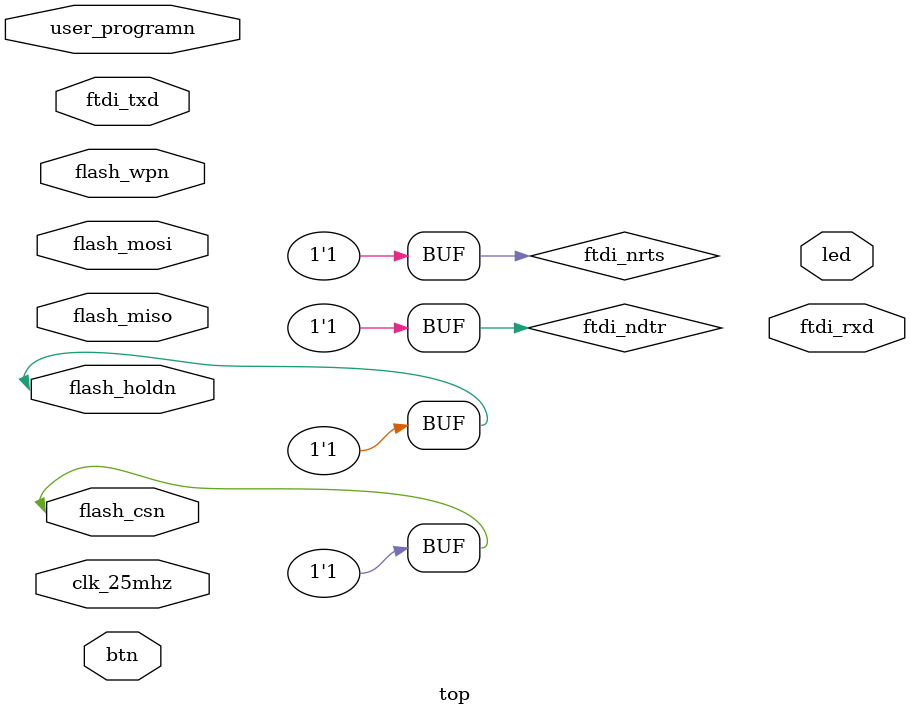
<source format=v>

`ifdef BOARD_ULX3S_V20
`define i2c_bridge_v20
`endif
`ifdef BOARD_ULX3S_V314
`define i2c_bridge_v316
`endif
`ifdef BOARD_ULX3S_V317
`define i2c_bridge_v316
`endif

`default_nettype none

module top
(
	// Clock
	input  wire clk_25mhz,

	// LEDs
	output wire [3:0] led,

	// Buttons
	input  wire [6:0] btn,
	
	// Debug or esp32 passthru UART
	input  wire ftdi_txd,
	output wire ftdi_rxd,

	// SPI Flash
	inout  wire flash_mosi,
	inout  wire flash_miso,
	inout  wire flash_wpn,
	inout  wire flash_holdn,
	inout  wire flash_csn,

	// Boot
	inout  wire user_programn
);

	wire [7:0] led8; // only lower 4 LEDs
	//assign led = led8[3:0];
	//assign led = {wifi_gpio15, wifi_gpio14, wifi_gpio13, wifi_gpio12}; // debug SD card
	wire ftdi_ndtr = 1'b1, ftdi_nrts = 1'b1, sd_wp; // not used

	// ecp5wp.py needs this
	// for some boards with IS25LP128	
	assign flash_csn   = 1;
	assign flash_holdn = 1;

endmodule // top

</source>
